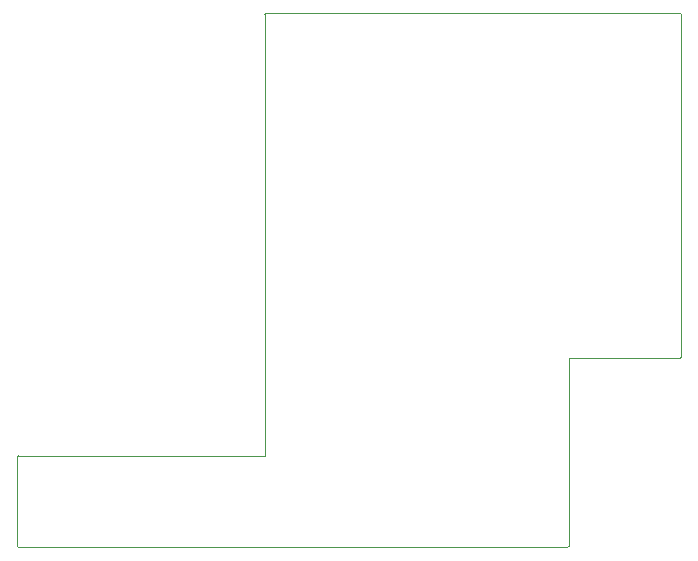
<source format=gbr>
G04 Layer_Color=0*
%FSLAX44Y44*%
%MOMM*%
%TF.FileFunction,Profile*%
%TF.Part,Single*%
G01*
G75*
%TA.AperFunction,Profile*%
%ADD70C,0.0254*%
D70*
X-1274Y0D02*
Y75190D01*
D02*
G02*
X-0Y76464I1274J0D01*
G01*
X208676D01*
Y450000D01*
D02*
G02*
X209950Y451274I1274J0D01*
G01*
X560070D01*
D02*
G02*
X561344Y450000I0J-1274D01*
G01*
Y160020D01*
D02*
G02*
X560070Y158746I-1274J0D01*
G01*
X466274D01*
Y0D01*
D02*
G02*
X465000Y-1274I-1274J0D01*
G01*
X-0D01*
D02*
G02*
X-1274Y0I0J1274D01*
G01*
%TF.MD5,062259B24CFC14695748D75F3BEE52E6*%
M02*

</source>
